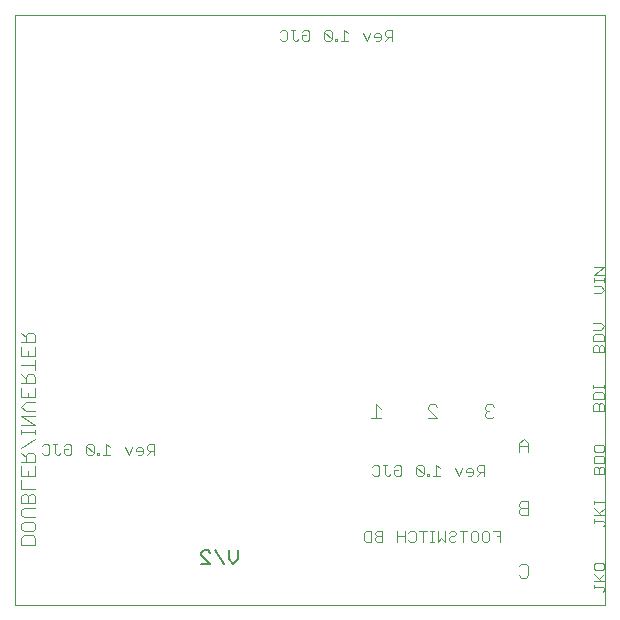
<source format=gbo>
G75*
G70*
%OFA0B0*%
%FSLAX24Y24*%
%IPPOS*%
%LPD*%
%AMOC8*
5,1,8,0,0,1.08239X$1,22.5*
%
%ADD10C,0.0000*%
%ADD11C,0.0030*%
%ADD12C,0.0040*%
%ADD13C,0.0050*%
D10*
X000148Y000683D02*
X000148Y020368D01*
X019833Y020368D01*
X019833Y000683D01*
X000148Y000683D01*
D11*
X001116Y005698D02*
X001054Y005760D01*
X001116Y005698D02*
X001240Y005698D01*
X001301Y005760D01*
X001301Y006007D01*
X001240Y006069D01*
X001116Y006069D01*
X001054Y006007D01*
X001423Y006069D02*
X001546Y006069D01*
X001484Y006069D02*
X001484Y005760D01*
X001546Y005698D01*
X001608Y005698D01*
X001670Y005760D01*
X001791Y005760D02*
X001791Y005883D01*
X001915Y005883D01*
X002038Y005760D02*
X001976Y005698D01*
X001853Y005698D01*
X001791Y005760D01*
X001791Y006007D02*
X001853Y006069D01*
X001976Y006069D01*
X002038Y006007D01*
X002038Y005760D01*
X002528Y005760D02*
X002589Y005698D01*
X002713Y005698D01*
X002775Y005760D01*
X002528Y006007D01*
X002528Y005760D01*
X002775Y005760D02*
X002775Y006007D01*
X002713Y006069D01*
X002589Y006069D01*
X002528Y006007D01*
X002897Y005760D02*
X002897Y005698D01*
X002959Y005698D01*
X002959Y005760D01*
X002897Y005760D01*
X003080Y005698D02*
X003327Y005698D01*
X003204Y005698D02*
X003204Y006069D01*
X003327Y005945D01*
X003817Y005945D02*
X003940Y005698D01*
X004064Y005945D01*
X004185Y005883D02*
X004185Y005822D01*
X004432Y005822D01*
X004432Y005883D02*
X004370Y005945D01*
X004247Y005945D01*
X004185Y005883D01*
X004247Y005698D02*
X004370Y005698D01*
X004432Y005760D01*
X004432Y005883D01*
X004553Y005883D02*
X004615Y005822D01*
X004800Y005822D01*
X004677Y005822D02*
X004553Y005698D01*
X004553Y005883D02*
X004553Y006007D01*
X004615Y006069D01*
X004800Y006069D01*
X004800Y005698D01*
X011789Y003107D02*
X011789Y002860D01*
X011851Y002798D01*
X012036Y002798D01*
X012036Y003169D01*
X011851Y003169D01*
X011789Y003107D01*
X012157Y003107D02*
X012157Y003045D01*
X012219Y002983D01*
X012404Y002983D01*
X012404Y002798D02*
X012219Y002798D01*
X012157Y002860D01*
X012157Y002922D01*
X012219Y002983D01*
X012157Y003107D02*
X012219Y003169D01*
X012404Y003169D01*
X012404Y002798D01*
X012894Y002798D02*
X012894Y003169D01*
X012894Y002983D02*
X013141Y002983D01*
X013262Y002860D02*
X013324Y002798D01*
X013448Y002798D01*
X013509Y002860D01*
X013509Y003107D01*
X013448Y003169D01*
X013324Y003169D01*
X013262Y003107D01*
X013141Y003169D02*
X013141Y002798D01*
X013631Y003169D02*
X013878Y003169D01*
X014000Y003169D02*
X014123Y003169D01*
X014061Y003169D02*
X014061Y002798D01*
X014000Y002798D02*
X014123Y002798D01*
X014245Y002798D02*
X014245Y003169D01*
X014491Y003169D02*
X014491Y002798D01*
X014368Y002922D01*
X014245Y002798D01*
X014613Y002860D02*
X014675Y002798D01*
X014798Y002798D01*
X014860Y002860D01*
X014798Y002983D02*
X014675Y002983D01*
X014613Y002922D01*
X014613Y002860D01*
X014798Y002983D02*
X014860Y003045D01*
X014860Y003107D01*
X014798Y003169D01*
X014675Y003169D01*
X014613Y003107D01*
X014981Y003169D02*
X015228Y003169D01*
X015105Y003169D02*
X015105Y002798D01*
X015349Y002860D02*
X015349Y003107D01*
X015411Y003169D01*
X015535Y003169D01*
X015596Y003107D01*
X015596Y002860D01*
X015535Y002798D01*
X015411Y002798D01*
X015349Y002860D01*
X015718Y002860D02*
X015718Y003107D01*
X015780Y003169D01*
X015903Y003169D01*
X015965Y003107D01*
X015965Y002860D01*
X015903Y002798D01*
X015780Y002798D01*
X015718Y002860D01*
X016086Y003169D02*
X016333Y003169D01*
X016333Y002798D01*
X016333Y002983D02*
X016210Y002983D01*
X015800Y004998D02*
X015800Y005369D01*
X015615Y005369D01*
X015553Y005307D01*
X015553Y005183D01*
X015615Y005122D01*
X015800Y005122D01*
X015677Y005122D02*
X015553Y004998D01*
X015432Y005060D02*
X015432Y005183D01*
X015370Y005245D01*
X015247Y005245D01*
X015185Y005183D01*
X015185Y005122D01*
X015432Y005122D01*
X015432Y005060D02*
X015370Y004998D01*
X015247Y004998D01*
X015064Y005245D02*
X014940Y004998D01*
X014817Y005245D01*
X014327Y005245D02*
X014204Y005369D01*
X014204Y004998D01*
X014327Y004998D02*
X014080Y004998D01*
X013959Y004998D02*
X013897Y004998D01*
X013897Y005060D01*
X013959Y005060D01*
X013959Y004998D01*
X013775Y005060D02*
X013775Y005307D01*
X013713Y005369D01*
X013589Y005369D01*
X013528Y005307D01*
X013775Y005060D01*
X013713Y004998D01*
X013589Y004998D01*
X013528Y005060D01*
X013528Y005307D01*
X013038Y005307D02*
X013038Y005060D01*
X012976Y004998D01*
X012853Y004998D01*
X012791Y005060D01*
X012791Y005183D01*
X012915Y005183D01*
X013038Y005307D02*
X012976Y005369D01*
X012853Y005369D01*
X012791Y005307D01*
X012546Y005369D02*
X012423Y005369D01*
X012484Y005369D02*
X012484Y005060D01*
X012546Y004998D01*
X012608Y004998D01*
X012670Y005060D01*
X012301Y005060D02*
X012301Y005307D01*
X012240Y005369D01*
X012116Y005369D01*
X012054Y005307D01*
X012054Y005060D02*
X012116Y004998D01*
X012240Y004998D01*
X012301Y005060D01*
X013754Y003169D02*
X013754Y002798D01*
X012733Y019498D02*
X012733Y019869D01*
X012548Y019869D01*
X012486Y019807D01*
X012486Y019683D01*
X012548Y019622D01*
X012733Y019622D01*
X012610Y019622D02*
X012486Y019498D01*
X012365Y019560D02*
X012365Y019683D01*
X012303Y019745D01*
X012180Y019745D01*
X012118Y019683D01*
X012118Y019622D01*
X012365Y019622D01*
X012365Y019560D02*
X012303Y019498D01*
X012180Y019498D01*
X011873Y019498D02*
X011996Y019745D01*
X011749Y019745D02*
X011873Y019498D01*
X011260Y019498D02*
X011013Y019498D01*
X010891Y019498D02*
X010830Y019498D01*
X010830Y019560D01*
X010891Y019560D01*
X010891Y019498D01*
X010707Y019560D02*
X010707Y019807D01*
X010646Y019869D01*
X010522Y019869D01*
X010460Y019807D01*
X010707Y019560D01*
X010646Y019498D01*
X010522Y019498D01*
X010460Y019560D01*
X010460Y019807D01*
X009971Y019807D02*
X009971Y019560D01*
X009909Y019498D01*
X009785Y019498D01*
X009724Y019560D01*
X009724Y019683D01*
X009847Y019683D01*
X009724Y019807D02*
X009785Y019869D01*
X009909Y019869D01*
X009971Y019807D01*
X009602Y019560D02*
X009541Y019498D01*
X009479Y019498D01*
X009417Y019560D01*
X009417Y019869D01*
X009479Y019869D02*
X009355Y019869D01*
X009234Y019807D02*
X009234Y019560D01*
X009172Y019498D01*
X009049Y019498D01*
X008987Y019560D01*
X008987Y019807D02*
X009049Y019869D01*
X009172Y019869D01*
X009234Y019807D01*
X011136Y019869D02*
X011136Y019498D01*
X011260Y019745D02*
X011136Y019869D01*
D12*
X019441Y011941D02*
X019802Y011941D01*
X019441Y011701D01*
X019802Y011701D01*
X019802Y011576D02*
X019802Y011455D01*
X019802Y011516D02*
X019441Y011516D01*
X019441Y011576D02*
X019441Y011455D01*
X019441Y011327D02*
X019682Y011327D01*
X019802Y011207D01*
X019682Y011087D01*
X019441Y011087D01*
X019436Y010098D02*
X019676Y010098D01*
X019796Y009978D01*
X019676Y009857D01*
X019436Y009857D01*
X019496Y009729D02*
X019436Y009669D01*
X019436Y009489D01*
X019796Y009489D01*
X019796Y009669D01*
X019736Y009729D01*
X019496Y009729D01*
X019496Y009361D02*
X019556Y009361D01*
X019616Y009301D01*
X019616Y009121D01*
X019436Y009121D02*
X019436Y009301D01*
X019496Y009361D01*
X019616Y009301D02*
X019676Y009361D01*
X019736Y009361D01*
X019796Y009301D01*
X019796Y009121D01*
X019436Y009121D01*
X019431Y008029D02*
X019431Y007909D01*
X019431Y007969D02*
X019792Y007969D01*
X019792Y007909D02*
X019792Y008029D01*
X019732Y007781D02*
X019492Y007781D01*
X019431Y007721D01*
X019431Y007541D01*
X019792Y007541D01*
X019792Y007721D01*
X019732Y007781D01*
X019732Y007413D02*
X019672Y007413D01*
X019612Y007353D01*
X019612Y007173D01*
X019612Y007353D02*
X019552Y007413D01*
X019492Y007413D01*
X019431Y007353D01*
X019431Y007173D01*
X019792Y007173D01*
X019792Y007353D01*
X019732Y007413D01*
X019741Y006037D02*
X019500Y006037D01*
X019440Y005977D01*
X019440Y005857D01*
X019500Y005797D01*
X019741Y005797D01*
X019801Y005857D01*
X019801Y005977D01*
X019741Y006037D01*
X019741Y005669D02*
X019500Y005669D01*
X019440Y005609D01*
X019440Y005429D01*
X019801Y005429D01*
X019801Y005609D01*
X019741Y005669D01*
X019741Y005301D02*
X019681Y005301D01*
X019621Y005241D01*
X019621Y005061D01*
X019801Y005061D02*
X019801Y005241D01*
X019741Y005301D01*
X019621Y005241D02*
X019560Y005301D01*
X019500Y005301D01*
X019440Y005241D01*
X019440Y005061D01*
X019801Y005061D01*
X019809Y004170D02*
X019809Y004050D01*
X019809Y004110D02*
X019449Y004110D01*
X019449Y004050D02*
X019449Y004170D01*
X019449Y003922D02*
X019689Y003681D01*
X019629Y003741D02*
X019809Y003922D01*
X019809Y003681D02*
X019449Y003681D01*
X019449Y003553D02*
X019449Y003433D01*
X019449Y003493D02*
X019749Y003493D01*
X019809Y003433D01*
X019809Y003373D01*
X019749Y003313D01*
X019742Y002098D02*
X019502Y002098D01*
X019442Y002038D01*
X019442Y001918D01*
X019502Y001858D01*
X019742Y001858D01*
X019802Y001918D01*
X019802Y002038D01*
X019742Y002098D01*
X019802Y001730D02*
X019622Y001550D01*
X019682Y001490D02*
X019442Y001730D01*
X019442Y001490D02*
X019802Y001490D01*
X019742Y001302D02*
X019442Y001302D01*
X019442Y001242D02*
X019442Y001362D01*
X019742Y001302D02*
X019802Y001242D01*
X019802Y001182D01*
X019742Y001122D01*
X017261Y001678D02*
X017184Y001602D01*
X017031Y001602D01*
X016954Y001678D01*
X017261Y001678D02*
X017261Y001985D01*
X017184Y002062D01*
X017031Y002062D01*
X016954Y001985D01*
X017031Y003688D02*
X017261Y003688D01*
X017261Y004149D01*
X017031Y004149D01*
X016954Y004072D01*
X016954Y003995D01*
X017031Y003919D01*
X017261Y003919D01*
X017031Y003919D02*
X016954Y003842D01*
X016954Y003765D01*
X017031Y003688D01*
X016954Y005775D02*
X016954Y006082D01*
X017108Y006235D01*
X017261Y006082D01*
X017261Y005775D01*
X017261Y006005D02*
X016954Y006005D01*
X016043Y006917D02*
X016119Y006993D01*
X016043Y006917D02*
X015889Y006917D01*
X015812Y006993D01*
X015812Y007070D01*
X015889Y007147D01*
X015966Y007147D01*
X015889Y007147D02*
X015812Y007224D01*
X015812Y007300D01*
X015889Y007377D01*
X016043Y007377D01*
X016119Y007300D01*
X014230Y007300D02*
X014153Y007377D01*
X013999Y007377D01*
X013923Y007300D01*
X013923Y007224D01*
X014230Y006917D01*
X013923Y006917D01*
X012340Y006917D02*
X012033Y006917D01*
X012186Y006917D02*
X012186Y007377D01*
X012340Y007224D01*
X000828Y007154D02*
X000521Y007154D01*
X000368Y007307D01*
X000521Y007461D01*
X000828Y007461D01*
X000828Y007614D02*
X000368Y007614D01*
X000368Y007921D01*
X000368Y008075D02*
X000828Y008075D01*
X000828Y008305D01*
X000752Y008381D01*
X000598Y008381D01*
X000521Y008305D01*
X000521Y008075D01*
X000521Y008228D02*
X000368Y008381D01*
X000368Y008688D02*
X000828Y008688D01*
X000828Y008535D02*
X000828Y008842D01*
X000828Y008995D02*
X000368Y008995D01*
X000368Y009302D01*
X000368Y009456D02*
X000828Y009456D01*
X000828Y009686D01*
X000752Y009763D01*
X000598Y009763D01*
X000521Y009686D01*
X000521Y009456D01*
X000521Y009609D02*
X000368Y009763D01*
X000828Y009302D02*
X000828Y008995D01*
X000598Y008995D02*
X000598Y009149D01*
X000828Y007921D02*
X000828Y007614D01*
X000598Y007614D02*
X000598Y007768D01*
X000368Y007000D02*
X000828Y007000D01*
X000828Y006693D02*
X000368Y007000D01*
X000368Y006693D02*
X000828Y006693D01*
X000828Y006540D02*
X000828Y006386D01*
X000828Y006463D02*
X000368Y006463D01*
X000368Y006386D02*
X000368Y006540D01*
X000828Y006233D02*
X000368Y005926D01*
X000368Y005773D02*
X000521Y005619D01*
X000521Y005696D02*
X000521Y005466D01*
X000368Y005466D02*
X000828Y005466D01*
X000828Y005696D01*
X000752Y005773D01*
X000598Y005773D01*
X000521Y005696D01*
X000368Y005312D02*
X000368Y005005D01*
X000828Y005005D01*
X000828Y005312D01*
X000598Y005159D02*
X000598Y005005D01*
X000368Y004852D02*
X000368Y004545D01*
X000828Y004545D01*
X000752Y004391D02*
X000675Y004391D01*
X000598Y004315D01*
X000598Y004084D01*
X000445Y003931D02*
X000828Y003931D01*
X000828Y004084D02*
X000828Y004315D01*
X000752Y004391D01*
X000598Y004315D02*
X000521Y004391D01*
X000445Y004391D01*
X000368Y004315D01*
X000368Y004084D01*
X000828Y004084D01*
X000445Y003931D02*
X000368Y003854D01*
X000368Y003701D01*
X000445Y003624D01*
X000828Y003624D01*
X000752Y003471D02*
X000828Y003394D01*
X000828Y003240D01*
X000752Y003164D01*
X000445Y003164D01*
X000368Y003240D01*
X000368Y003394D01*
X000445Y003471D01*
X000752Y003471D01*
X000752Y003010D02*
X000445Y003010D01*
X000368Y002933D01*
X000368Y002703D01*
X000828Y002703D01*
X000828Y002933D01*
X000752Y003010D01*
D13*
X006366Y002435D02*
X006441Y002510D01*
X006592Y002510D01*
X006667Y002435D01*
X006827Y002510D02*
X007127Y002059D01*
X007287Y002210D02*
X007287Y002510D01*
X007587Y002510D02*
X007587Y002210D01*
X007437Y002059D01*
X007287Y002210D01*
X006667Y002059D02*
X006366Y002360D01*
X006366Y002435D01*
X006366Y002059D02*
X006667Y002059D01*
M02*

</source>
